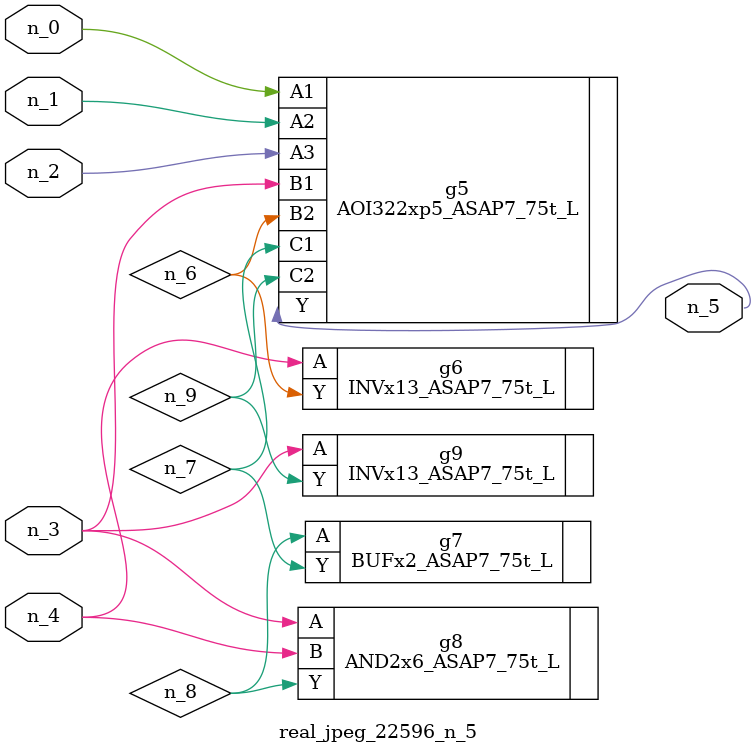
<source format=v>
module real_jpeg_22596_n_5 (n_4, n_0, n_1, n_2, n_3, n_5);

input n_4;
input n_0;
input n_1;
input n_2;
input n_3;

output n_5;

wire n_8;
wire n_6;
wire n_7;
wire n_9;

AOI322xp5_ASAP7_75t_L g5 ( 
.A1(n_0),
.A2(n_1),
.A3(n_2),
.B1(n_3),
.B2(n_6),
.C1(n_7),
.C2(n_9),
.Y(n_5)
);

AND2x6_ASAP7_75t_L g8 ( 
.A(n_3),
.B(n_4),
.Y(n_8)
);

INVx13_ASAP7_75t_L g9 ( 
.A(n_3),
.Y(n_9)
);

INVx13_ASAP7_75t_L g6 ( 
.A(n_4),
.Y(n_6)
);

BUFx2_ASAP7_75t_L g7 ( 
.A(n_8),
.Y(n_7)
);


endmodule
</source>
